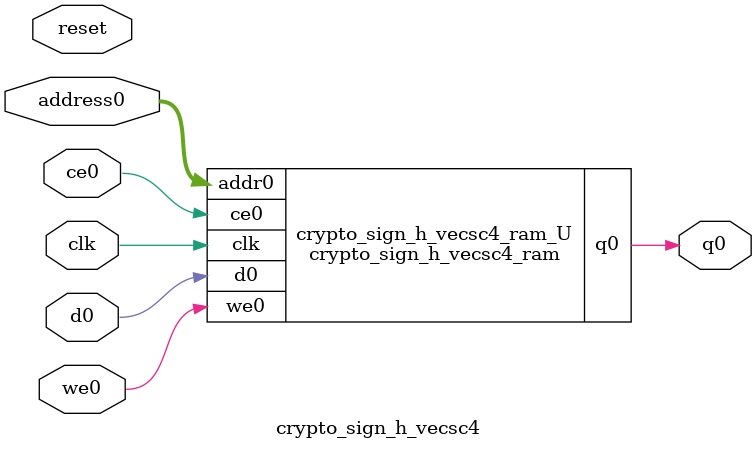
<source format=v>

`timescale 1 ns / 1 ps
module crypto_sign_h_vecsc4_ram (addr0, ce0, d0, we0, q0,  clk);

parameter DWIDTH = 1;
parameter AWIDTH = 11;
parameter MEM_SIZE = 1280;

input[AWIDTH-1:0] addr0;
input ce0;
input[DWIDTH-1:0] d0;
input we0;
output reg[DWIDTH-1:0] q0;
input clk;

(* ram_style = "block" *)reg [DWIDTH-1:0] ram[0:MEM_SIZE-1];




always @(posedge clk)  
begin 
    if (ce0) 
    begin
        if (we0) 
        begin 
            ram[addr0] <= d0; 
            q0 <= d0;
        end 
        else 
            q0 <= ram[addr0];
    end
end


endmodule


`timescale 1 ns / 1 ps
module crypto_sign_h_vecsc4(
    reset,
    clk,
    address0,
    ce0,
    we0,
    d0,
    q0);

parameter DataWidth = 32'd1;
parameter AddressRange = 32'd1280;
parameter AddressWidth = 32'd11;
input reset;
input clk;
input[AddressWidth - 1:0] address0;
input ce0;
input we0;
input[DataWidth - 1:0] d0;
output[DataWidth - 1:0] q0;



crypto_sign_h_vecsc4_ram crypto_sign_h_vecsc4_ram_U(
    .clk( clk ),
    .addr0( address0 ),
    .ce0( ce0 ),
    .we0( we0 ),
    .d0( d0 ),
    .q0( q0 ));

endmodule


</source>
